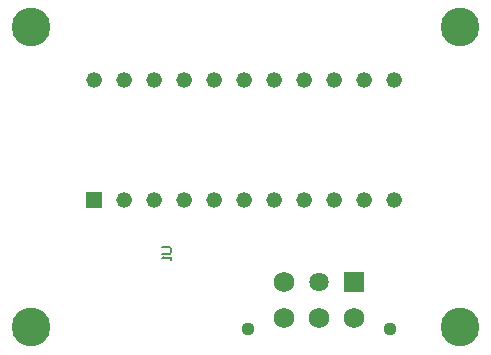
<source format=gts>
G04*
G04 #@! TF.GenerationSoftware,Altium Limited,Altium Designer,19.1.8 (144)*
G04*
G04 Layer_Color=8388736*
%FSLAX44Y44*%
%MOMM*%
G71*
G01*
G75*
%ADD11C,0.1500*%
%ADD12C,3.2766*%
%ADD13R,1.6846X1.6846*%
%ADD14C,1.7365*%
%ADD15C,1.6317*%
%ADD16C,1.1217*%
%ADD17R,1.3216X1.3216*%
%ADD18C,1.3216*%
D11*
X216233Y99260D02*
X222897D01*
X224230Y97927D01*
Y95261D01*
X222897Y93928D01*
X216233D01*
X224230Y91263D02*
Y88597D01*
Y89930D01*
X216233D01*
X217565Y91263D01*
D12*
X105410Y31750D02*
D03*
X468630D02*
D03*
Y285750D02*
D03*
X105410D02*
D03*
D13*
X379250Y69850D02*
D03*
D14*
X319250D02*
D03*
X379250Y39850D02*
D03*
X349250D02*
D03*
X319250D02*
D03*
D15*
X349250Y69850D02*
D03*
D16*
X409250Y30450D02*
D03*
X289250D02*
D03*
D17*
X158750Y139700D02*
D03*
D18*
X184150D02*
D03*
X209550D02*
D03*
X234950D02*
D03*
X260350D02*
D03*
X285750D02*
D03*
X311150D02*
D03*
X336550D02*
D03*
X361950D02*
D03*
X387350D02*
D03*
X412750D02*
D03*
Y241300D02*
D03*
X387350D02*
D03*
X361950D02*
D03*
X336550D02*
D03*
X311150D02*
D03*
X285750D02*
D03*
X260350D02*
D03*
X234950D02*
D03*
X209550D02*
D03*
X184150D02*
D03*
X158750D02*
D03*
M02*

</source>
